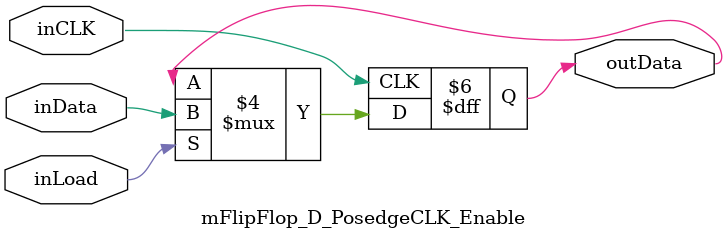
<source format=v>
module mFlipFlop_D_PosedgeCLK_Enable( input inData, 			
												  input inCLK,				
												  input inLoad,			
												  output reg outData);
												  
always @ (posedge inCLK)
	if (inLoad == 1'b1)
		begin
		outData = inData;
		end
		
endmodule

</source>
